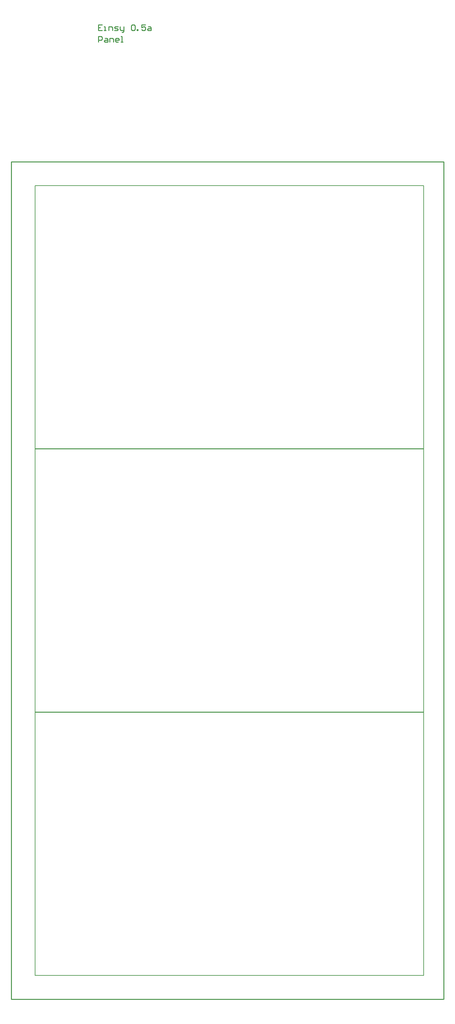
<source format=gm1>
G04 Layer_Color=16711935*
%FSLAX24Y24*%
%MOIN*%
G70*
G01*
G75*
%ADD12C,0.0100*%
%ADD14C,0.0080*%
G54D12*
X0Y0D02*
Y89016D01*
X46000D01*
Y0D02*
Y89016D01*
X0Y0D02*
X45928D01*
X9650Y103600D02*
X9250D01*
Y103000D01*
X9650D01*
X9250Y103300D02*
X9450D01*
X9850Y103000D02*
X10050D01*
X9950D01*
Y103400D01*
X9850D01*
X10350Y103000D02*
Y103400D01*
X10650D01*
X10750Y103300D01*
Y103000D01*
X10949D02*
X11249D01*
X11349Y103100D01*
X11249Y103200D01*
X11049D01*
X10949Y103300D01*
X11049Y103400D01*
X11349D01*
X11549D02*
Y103100D01*
X11649Y103000D01*
X11949D01*
Y102900D01*
X11849Y102800D01*
X11749D01*
X11949Y103000D02*
Y103400D01*
X12749Y103500D02*
X12849Y103600D01*
X13049D01*
X13149Y103500D01*
Y103100D01*
X13049Y103000D01*
X12849D01*
X12749Y103100D01*
Y103500D01*
X13349Y103000D02*
Y103100D01*
X13449D01*
Y103000D01*
X13349D01*
X14248Y103600D02*
X13849D01*
Y103300D01*
X14048Y103400D01*
X14148D01*
X14248Y103300D01*
Y103100D01*
X14148Y103000D01*
X13948D01*
X13849Y103100D01*
X14548Y103400D02*
X14748D01*
X14848Y103300D01*
Y103000D01*
X14548D01*
X14448Y103100D01*
X14548Y103200D01*
X14848D01*
X9250Y101750D02*
Y102350D01*
X9550D01*
X9650Y102250D01*
Y102050D01*
X9550Y101950D01*
X9250D01*
X9950Y102150D02*
X10150D01*
X10250Y102050D01*
Y101750D01*
X9950D01*
X9850Y101850D01*
X9950Y101950D01*
X10250D01*
X10450Y101750D02*
Y102150D01*
X10750D01*
X10849Y102050D01*
Y101750D01*
X11349D02*
X11149D01*
X11049Y101850D01*
Y102050D01*
X11149Y102150D01*
X11349D01*
X11449Y102050D01*
Y101950D01*
X11049D01*
X11649Y101750D02*
X11849D01*
X11749D01*
Y102350D01*
X11649D01*
G54D14*
X2539Y30492D02*
X43878D01*
X2539Y2539D02*
X43878D01*
X2539D02*
Y30492D01*
X43878Y2539D02*
Y30492D01*
X2539Y58484D02*
X43878D01*
X2539Y30531D02*
X43878D01*
X2539D02*
Y58484D01*
X43878Y30531D02*
Y58484D01*
X2539Y86476D02*
X43878D01*
X2539Y58524D02*
X43878D01*
X2539D02*
Y86476D01*
X43878Y58524D02*
Y86476D01*
M02*

</source>
